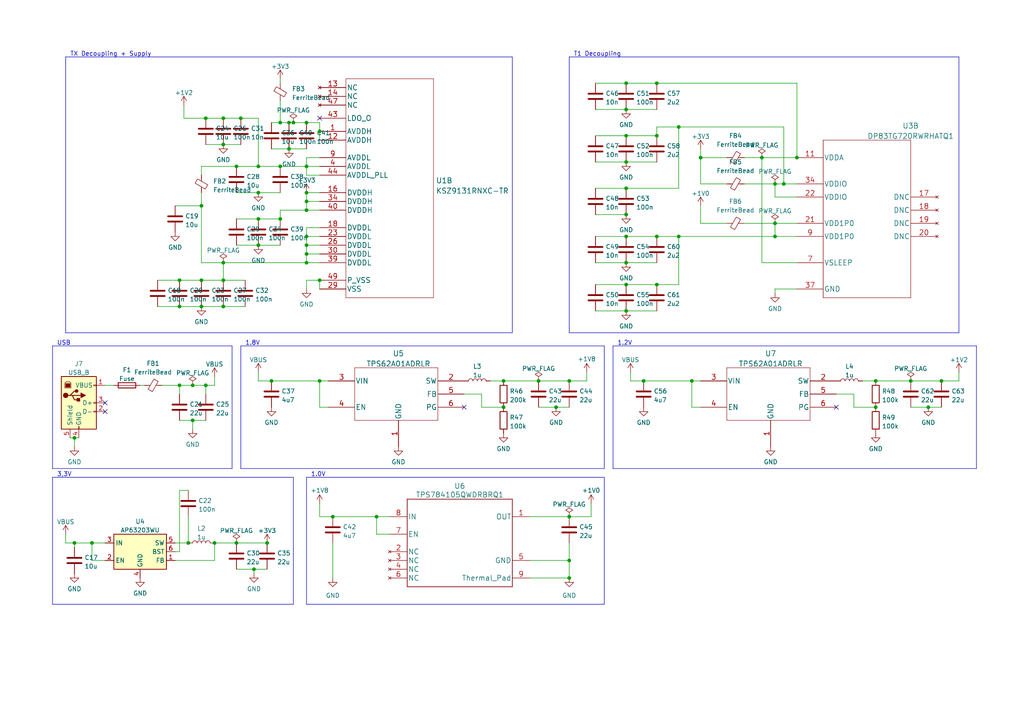
<source format=kicad_sch>
(kicad_sch (version 20230121) (generator eeschema)
  (paper "A4")
  (lib_symbols
    (symbol "Connector:USB_B" (pin_names (offset 1.016))
      (property "Reference" "J" (at -5.08 11.43 0))
      (property "Value" "USB_B" (at -5.08 8.89 0))
      (symbol "USB_B_1_1"
        (pin power_out line (at 7.62 5.08 180) (length 2.54) (name "VBUS") (number "1"))
        (pin bidirectional line (at 7.62 -2.54 180) (length 2.54) (name "D-") (number "2"))
        (pin bidirectional line (at 7.62 0 180) (length 2.54) (name "D+") (number "3"))
        (pin power_out line (at 0 -10.16 90) (length 2.54) (name "GND") (number "4"))
        (pin passive line (at -2.54 -10.16 90) (length 2.54) (name "Shield") (number "5"))
      )
    )
    (symbol "Device:C" (pin_numbers hide) (pin_names (offset 0.254))
      (property "Reference" "C" (at 0.635 2.54 0))
      (property "Value" "C" (at 0.635 -2.54 0))
      (symbol "C_1_1"
        (pin passive line (at 0 3.81 270) (length 2.794) (name "~") (number "1"))
        (pin passive line (at 0 -3.81 90) (length 2.794) (name "~") (number "2"))
      )
    )
    (symbol "Device:FerriteBead_Small" (pin_numbers hide) (pin_names (offset 0))
      (property "Reference" "FB" (at 1.905 1.27 0))
      (property "Value" "FerriteBead_Small" (at 1.905 -1.27 0))
      (symbol "FerriteBead_Small_1_1"
        (pin passive line (at 0 2.54 270) (length 1.27) (name "~") (number "1"))
        (pin passive line (at 0 -2.54 90) (length 1.27) (name "~") (number "2"))
      )
    )
    (symbol "Device:Fuse" (pin_numbers hide) (pin_names (offset 0))
      (property "Reference" "F" (at 2.032 0 90))
      (property "Value" "Fuse" (at -1.905 0 90))
      (symbol "Fuse_1_1"
        (pin passive line (at 0 3.81 270) (length 1.27) (name "~") (number "1"))
        (pin passive line (at 0 -3.81 90) (length 1.27) (name "~") (number "2"))
      )
    )
    (symbol "Device:L" (pin_numbers hide) (pin_names (offset 1.016) hide)
      (property "Reference" "L" (at -1.27 0 90))
      (property "Value" "L" (at 1.905 0 90))
      (symbol "L_1_1"
        (pin passive line (at 0 3.81 270) (length 1.27) (name "1") (number "1"))
        (pin passive line (at 0 -3.81 90) (length 1.27) (name "2") (number "2"))
      )
    )
    (symbol "Device:R" (pin_numbers hide) (pin_names (offset 0))
      (property "Reference" "R" (at 2.032 0 90))
      (property "Value" "R" (at 0 0 90))
      (symbol "R_1_1"
        (pin passive line (at 0 3.81 270) (length 1.27) (name "~") (number "1"))
        (pin passive line (at 0 -3.81 90) (length 1.27) (name "~") (number "2"))
      )
    )
    (symbol "Regulator_Switching:AP63203WU"
      (property "Reference" "U" (at -7.62 6.35 0))
      (property "Value" "AP63203WU" (at 2.54 6.35 0))
      (symbol "AP63203WU_1_1"
        (pin input line (at 10.16 -2.54 180) (length 2.54) (name "FB") (number "1"))
        (pin input line (at -10.16 -2.54 0) (length 2.54) (name "EN") (number "2"))
        (pin power_in line (at -10.16 2.54 0) (length 2.54) (name "IN") (number "3"))
        (pin power_in line (at 0 -7.62 90) (length 2.54) (name "GND") (number "4"))
        (pin output line (at 10.16 2.54 180) (length 2.54) (name "SW") (number "5"))
        (pin passive line (at 10.16 0 180) (length 2.54) (name "BST") (number "6"))
      )
    )
    (symbol "power:+1V0" (power) (pin_names (offset 0))
      (property "Value" "+1V0" (at 0 3.556 0))
      (symbol "+1V0_1_1"
        (pin power_in line (at 0 0 90) (length 0) hide (name "+1V0") (number "1"))
      )
    )
    (symbol "power:+1V2" (power) (pin_names (offset 0))
      (property "Value" "+1V2" (at 0 3.556 0))
      (symbol "+1V2_1_1"
        (pin power_in line (at 0 0 90) (length 0) hide (name "+1V2") (number "1"))
      )
    )
    (symbol "power:+1V8" (power) (pin_names (offset 0))
      (property "Value" "+1V8" (at 0 3.556 0))
      (symbol "+1V8_1_1"
        (pin power_in line (at 0 0 90) (length 0) hide (name "+1V8") (number "1"))
      )
    )
    (symbol "power:+3V3" (power) (pin_names (offset 0))
      (property "Value" "+3V3" (at 0 3.556 0))
      (symbol "+3V3_1_1"
        (pin power_in line (at 0 0 90) (length 0) hide (name "+3V3") (number "1"))
      )
    )
    (symbol "power:GND" (power) (pin_names (offset 0))
      (property "Value" "GND" (at 0 -3.81 0))
      (symbol "GND_1_1"
        (pin power_in line (at 0 0 270) (length 0) hide (name "GND") (number "1"))
      )
    )
    (symbol "power:PWR_FLAG" (power) (pin_numbers hide) (pin_names (offset 0) hide)
      (property "Value" "PWR_FLAG" (at 0 3.81 0))
      (symbol "PWR_FLAG_0_0"
        (pin power_out line (at 0 0 90) (length 0) (name "pwr") (number "1"))
      )
    )
    (symbol "power:VBUS" (power) (pin_names (offset 0))
      (property "Value" "VBUS" (at 0 3.81 0))
      (symbol "VBUS_1_1"
        (pin power_in line (at 0 0 90) (length 0) hide (name "VBUS") (number "1"))
      )
    )
    (symbol "project_lib:DP83TG720RWRHATQ1" (pin_names (offset 0.254))
      (property "Reference" "U" (at 33.02 10.16 0))
      (property "Value" "DP83TG720RWRHATQ1" (at 33.02 7.62 0))
      (symbol "DP83TG720RWRHATQ1_1_1"
        (pin input line (at 0 -5.08 0) (length 7.62) (name "MDC") (number "1"))
        (pin output line (at 66.04 -34.29 180) (length 7.62) (name "INH") (number "10"))
        (pin bidirectional line (at 66.04 -53.34 180) (length 7.62) (name "TRD_P") (number "12"))
        (pin bidirectional line (at 66.04 -55.88 180) (length 7.62) (name "TRD_M") (number "13"))
        (pin input line (at 66.04 -17.78 180) (length 7.62) (name "STRAP_1") (number "14"))
        (pin output line (at 0 -55.88 0) (length 7.62) (name "RX_CTRL") (number "15"))
        (pin bidirectional line (at 66.04 -13.97 180) (length 7.62) (name "CLKOUT/GPIO_2") (number "16"))
        (pin output line (at 66.04 -21.59 180) (length 7.62) (name "INT_N") (number "2"))
        (pin output line (at 0 -49.53 0) (length 7.62) (name "RX_D3") (number "23"))
        (pin output line (at 0 -46.99 0) (length 7.62) (name "RX_D2") (number "24"))
        (pin output line (at 0 -44.45 0) (length 7.62) (name "RX_D1") (number "25"))
        (pin output line (at 0 -41.91 0) (length 7.62) (name "RX_D0") (number "26"))
        (pin output line (at 0 -53.34 0) (length 7.62) (name "RX_CLK") (number "27"))
        (pin input line (at 0 -29.21 0) (length 7.62) (name "TX_CLK") (number "28"))
        (pin input line (at 0 -31.75 0) (length 7.62) (name "TX_CTRL") (number "29"))
        (pin input line (at 66.04 -1.27 180) (length 7.62) (name "RESET_N") (number "3"))
        (pin input line (at 0 -17.78 0) (length 7.62) (name "TX_D3") (number "30"))
        (pin input line (at 0 -20.32 0) (length 7.62) (name "TX_D2") (number "31"))
        (pin input line (at 0 -22.86 0) (length 7.62) (name "TX_D1") (number "32"))
        (pin input line (at 0 -25.4 0) (length 7.62) (name "TX_D0") (number "33"))
        (pin bidirectional line (at 66.04 -8.89 180) (length 7.62) (name "LED_0/GPIO_0") (number "35"))
        (pin bidirectional line (at 0 -2.54 0) (length 7.62) (name "MDIO") (number "36"))
        (pin output line (at 66.04 -44.45 180) (length 7.62) (name "XO") (number "4"))
        (pin input line (at 66.04 -41.91 180) (length 7.62) (name "XI") (number "5"))
        (pin bidirectional line (at 66.04 -11.43 180) (length 7.62) (name "LED_1/GPIO_1") (number "6"))
        (pin input line (at 66.04 -30.48 180) (length 7.62) (name "WAKE") (number "8"))
      )
      (symbol "DP83TG720RWRHATQ1_2_1"
        (pin power_in line (at 0 0 0) (length 7.62) (name "VDDA") (number "11"))
        (pin no_connect line (at 40.64 -11.43 180) (length 7.62) (name "DNC") (number "17"))
        (pin no_connect line (at 40.64 -15.24 180) (length 7.62) (name "DNC") (number "18"))
        (pin no_connect line (at 40.64 -19.05 180) (length 7.62) (name "DNC") (number "19"))
        (pin no_connect line (at 40.64 -22.86 180) (length 7.62) (name "DNC") (number "20"))
        (pin power_in line (at 0 -19.05 0) (length 7.62) (name "VDD1P0") (number "21"))
        (pin power_in line (at 0 -11.43 0) (length 7.62) (name "VDDIO") (number "22"))
        (pin power_in line (at 0 -7.62 0) (length 7.62) (name "VDDIO") (number "34"))
        (pin power_in line (at 0 -38.1 0) (length 7.62) (name "GND") (number "37"))
        (pin power_in line (at 0 -30.48 0) (length 7.62) (name "VSLEEP") (number "7"))
        (pin power_in line (at 0 -22.86 0) (length 7.62) (name "VDD1P0") (number "9"))
      )
    )
    (symbol "project_lib:KSZ9131RNXC-TR" (pin_names (offset 0.254))
      (property "Reference" "U" (at 72.39 10.16 0))
      (property "Value" "KSZ9131RNXC-TR" (at 72.39 7.62 0))
      (symbol "KSZ9131RNXC-TR_1_1"
        (pin bidirectional line (at 29.21 -50.8 0) (length 7.62) (name "TXRXP_D") (number "10"))
        (pin bidirectional line (at 29.21 -53.34 0) (length 7.62) (name "TXRXM_D") (number "11"))
        (pin bidirectional line (at 29.21 -8.89 0) (length 7.62) (name "LED2/PHYAD1") (number "15"))
        (pin bidirectional line (at 29.21 -6.35 0) (length 7.62) (name "LED1/PME_N1//PHYAD0") (number "17"))
        (pin input line (at 111.76 -34.29 180) (length 7.62) (name "TXD0") (number "19"))
        (pin bidirectional line (at 29.21 -35.56 0) (length 7.62) (name "TXRXP_A") (number "2"))
        (pin input line (at 111.76 -36.83 180) (length 7.62) (name "TXD1") (number "20"))
        (pin input line (at 111.76 -39.37 180) (length 7.62) (name "TXD2") (number "21"))
        (pin input line (at 111.76 -41.91 180) (length 7.62) (name "TXD3") (number "22"))
        (pin input line (at 111.76 -45.72 180) (length 7.62) (name "TXC") (number "24"))
        (pin input line (at 111.76 -48.26 180) (length 7.62) (name "TX_CTL") (number "25"))
        (pin bidirectional line (at 111.76 -15.24 180) (length 7.62) (name "RXD3/MODE3") (number "27"))
        (pin bidirectional line (at 111.76 -17.78 180) (length 7.62) (name "RXD2/MODE2") (number "28"))
        (pin bidirectional line (at 29.21 -38.1 0) (length 7.62) (name "TXRXM_A") (number "3"))
        (pin bidirectional line (at 111.76 -20.32 180) (length 7.62) (name "RXD1/MODE1") (number "31"))
        (pin bidirectional line (at 111.76 -22.86 180) (length 7.62) (name "RXD0/MODE0") (number "32"))
        (pin bidirectional line (at 111.76 -29.21 180) (length 7.62) (name "RX_CTL/CLK125_EN") (number "33"))
        (pin bidirectional line (at 111.76 -26.67 180) (length 7.62) (name "RXC/PHYAD2") (number "35"))
        (pin bidirectional line (at 104.14 -2.54 180) (length 7.62) (name "MDC") (number "36"))
        (pin input line (at 104.14 0 180) (length 7.62) (name "MDIO") (number "37"))
        (pin bidirectional line (at 29.21 -13.97 0) (length 7.62) (name "INT_N/PME_N2/ALLPHYAD") (number "38"))
        (pin bidirectional line (at 29.21 -11.43 0) (length 7.62) (name "CLK125_NDO/LED_MODE") (number "41"))
        (pin input line (at 29.21 -1.27 0) (length 7.62) (name "RESET_N") (number "42"))
        (pin output line (at 29.21 -29.21 0) (length 7.62) (name "XO") (number "45"))
        (pin input line (at 29.21 -26.67 0) (length 7.62) (name "XI") (number "46"))
        (pin output line (at 29.21 -16.51 0) (length 7.62) (name "ISET") (number "48"))
        (pin bidirectional line (at 29.21 -40.64 0) (length 7.62) (name "TXRXP_B") (number "5"))
        (pin bidirectional line (at 29.21 -43.18 0) (length 7.62) (name "TXRXM_B") (number "6"))
        (pin bidirectional line (at 29.21 -45.72 0) (length 7.62) (name "TXRXP_C") (number "7"))
        (pin bidirectional line (at 29.21 -48.26 0) (length 7.62) (name "TXRXM_C") (number "8"))
      )
      (symbol "KSZ9131RNXC-TR_2_1"
        (pin power_in line (at 0 -7.62 0) (length 7.62) (name "AVDDH") (number "1"))
        (pin power_in line (at 0 -10.16 0) (length 7.62) (name "AVDDH") (number "12"))
        (pin no_connect line (at 0 5.08 0) (length 7.62) (name "NC") (number "13"))
        (pin no_connect line (at 0 2.54 0) (length 7.62) (name "NC") (number "14"))
        (pin power_in line (at 0 -25.4 0) (length 7.62) (name "DVDDH") (number "16"))
        (pin power_in line (at 0 -35.56 0) (length 7.62) (name "DVDDL") (number "18"))
        (pin power_in line (at 0 -38.1 0) (length 7.62) (name "DVDDL") (number "23"))
        (pin power_in line (at 0 -40.64 0) (length 7.62) (name "DVDDL") (number "26"))
        (pin power_in line (at 0 -53.34 0) (length 7.62) (name "VSS") (number "29"))
        (pin power_in line (at 0 -43.18 0) (length 7.62) (name "DVDDL") (number "30"))
        (pin power_in line (at 0 -27.94 0) (length 7.62) (name "DVDDH") (number "34"))
        (pin power_in line (at 0 -45.72 0) (length 7.62) (name "DVDDL") (number "39"))
        (pin power_in line (at 0 -17.78 0) (length 7.62) (name "AVDDL") (number "4"))
        (pin power_in line (at 0 -30.48 0) (length 7.62) (name "DVDDH") (number "40"))
        (pin output line (at 0 -3.81 0) (length 7.62) (name "LDO_O") (number "43"))
        (pin power_in line (at 0 -20.32 0) (length 7.62) (name "AVDDL_PLL") (number "44"))
        (pin no_connect line (at 0 0 0) (length 7.62) (name "NC") (number "47"))
        (pin power_in line (at 0 -50.8 0) (length 7.62) (name "P_VSS") (number "49"))
        (pin power_in line (at 0 -15.24 0) (length 7.62) (name "AVDDL") (number "9"))
      )
    )
    (symbol "project_lib:TPS62A01ADRLR" (pin_names (offset 0.254))
      (property "Reference" "U" (at 20.32 10.16 0))
      (property "Value" "TPS62A01ADRLR" (at 20.32 7.62 0))
      (symbol "TPS62A01ADRLR_1_1"
        (pin power_in line (at 20.32 -17.78 90) (length 7.62) (name "GND") (number "1"))
        (pin output line (at 39.37 1.27 180) (length 7.62) (name "SW") (number "2"))
        (pin power_in line (at 0 1.27 0) (length 7.62) (name "VIN") (number "3"))
        (pin input line (at 0 -6.35 0) (length 7.62) (name "EN") (number "4"))
        (pin input line (at 39.37 -2.54 180) (length 7.62) (name "FB") (number "5"))
        (pin output line (at 39.37 -6.35 180) (length 7.62) (name "PG") (number "6"))
      )
    )
    (symbol "project_lib:TPS784105QWDRBRQ1" (pin_names (offset 0.254))
      (property "Reference" "U" (at 20.32 10.16 0))
      (property "Value" "TPS784105QWDRBRQ1" (at 20.32 6.35 0))
      (symbol "TPS784105QWDRBRQ1_1_1"
        (pin power_in line (at 40.64 0 180) (length 5.08) (name "OUT") (number "1"))
        (pin no_connect line (at 0 -10.16 0) (length 5.08) (name "NC") (number "2"))
        (pin no_connect line (at 0 -12.7 0) (length 5.08) (name "NC") (number "3"))
        (pin no_connect line (at 0 -15.24 0) (length 5.08) (name "NC") (number "4"))
        (pin power_in line (at 40.64 -12.7 180) (length 5.08) (name "GND") (number "5"))
        (pin no_connect line (at 0 -17.78 0) (length 5.08) (name "NC") (number "6"))
        (pin input line (at 0 -5.08 0) (length 5.08) (name "EN") (number "7"))
        (pin power_in line (at 0 0 0) (length 5.08) (name "IN") (number "8"))
        (pin power_in line (at 40.64 -17.78 180) (length 5.08) (name "Thermal_Pad") (number "9"))
      )
    )
  )
  (junction (at 109.22 149.86))
  (junction (at 77.47 157.48))
  (junction (at 224.79 53.34))
  (junction (at 88.9 71.12))
  (junction (at 83.82 43.18))
  (junction (at 88.9 73.66))
  (junction (at 200.66 110.49))
  (junction (at 26.67 157.48))
  (junction (at 181.61 39.37))
  (junction (at 64.77 88.9))
  (junction (at 181.61 24.13))
  (junction (at 231.14 45.72))
  (junction (at 181.61 54.61))
  (junction (at 74.93 63.5))
  (junction (at 74.93 48.26))
  (junction (at 59.69 34.29))
  (junction (at 64.77 81.28))
  (junction (at 181.61 68.58))
  (junction (at 83.82 35.56))
  (junction (at 269.24 118.11))
  (junction (at 224.79 68.58))
  (junction (at 81.28 35.56))
  (junction (at 21.59 157.48))
  (junction (at 81.28 48.26))
  (junction (at 88.9 48.26))
  (junction (at 181.61 90.17))
  (junction (at 52.07 88.9))
  (junction (at 58.42 81.28))
  (junction (at 161.29 118.11))
  (junction (at 186.69 110.49))
  (junction (at 165.1 149.86))
  (junction (at 68.58 48.26))
  (junction (at 55.88 111.76))
  (junction (at 59.69 111.76))
  (junction (at 68.58 157.48))
  (junction (at 88.9 60.96))
  (junction (at 146.05 118.11))
  (junction (at 146.05 110.49))
  (junction (at 227.33 53.34))
  (junction (at 74.93 55.88))
  (junction (at 181.61 31.75))
  (junction (at 190.5 82.55))
  (junction (at 196.85 68.58))
  (junction (at 73.66 165.1))
  (junction (at 156.21 110.49))
  (junction (at 92.71 110.49))
  (junction (at 92.71 38.1))
  (junction (at 165.1 167.64))
  (junction (at 52.07 81.28))
  (junction (at 181.61 62.23))
  (junction (at 62.23 157.48))
  (junction (at 85.09 35.56))
  (junction (at 254 118.11))
  (junction (at 74.93 71.12))
  (junction (at 54.61 157.48))
  (junction (at 254 110.49))
  (junction (at 52.07 111.76))
  (junction (at 58.42 88.9))
  (junction (at 181.61 46.99))
  (junction (at 88.9 76.2))
  (junction (at 92.71 81.28))
  (junction (at 21.59 127))
  (junction (at 64.77 41.91))
  (junction (at 88.9 68.58))
  (junction (at 55.88 121.92))
  (junction (at 78.74 110.49))
  (junction (at 96.52 149.86))
  (junction (at 88.9 55.88))
  (junction (at 64.77 34.29))
  (junction (at 69.85 34.29))
  (junction (at 64.77 76.2))
  (junction (at 181.61 82.55))
  (junction (at 196.85 36.83))
  (junction (at 88.9 58.42))
  (junction (at 181.61 76.2))
  (junction (at 88.9 35.56))
  (junction (at 203.2 45.72))
  (junction (at 273.05 110.49))
  (junction (at 165.1 162.56))
  (junction (at 165.1 110.49))
  (junction (at 264.16 110.49))
  (junction (at 81.28 63.5))
  (junction (at 190.5 68.58))
  (junction (at 190.5 39.37))
  (junction (at 58.42 59.69))
  (junction (at 224.79 64.77))
  (junction (at 220.98 45.72))
  (junction (at 190.5 24.13))
  (no_connect (at 242.57 118.11))
  (no_connect (at 30.48 116.84))
  (no_connect (at 30.48 119.38))
  (no_connect (at 134.62 118.11))
  (no_connect (at 92.71 34.29))
  (wire (pts (xy 172.72 24.13) (xy 181.61 24.13)))
  (polyline (pts (xy 19.05 16.51) (xy 19.05 96.52)))
  (wire (pts (xy 68.58 55.88) (xy 74.93 55.88)))
  (wire (pts (xy 92.71 118.11) (xy 92.71 110.49)))
  (wire (pts (xy 55.88 121.92) (xy 55.88 124.46)))
  (wire (pts (xy 68.58 165.1) (xy 73.66 165.1)))
  (wire (pts (xy 224.79 57.15) (xy 224.79 53.34)))
  (wire (pts (xy 172.72 31.75) (xy 181.61 31.75)))
  (wire (pts (xy 64.77 88.9) (xy 71.12 88.9)))
  (wire (pts (xy 200.66 118.11) (xy 200.66 110.49)))
  (wire (pts (xy 68.58 48.26) (xy 74.93 48.26)))
  (wire (pts (xy 231.14 57.15) (xy 224.79 57.15)))
  (wire (pts (xy 172.72 90.17) (xy 181.61 90.17)))
  (wire (pts (xy 181.61 46.99) (xy 190.5 46.99)))
  (wire (pts (xy 170.18 107.95) (xy 170.18 110.49)))
  (wire (pts (xy 224.79 85.09) (xy 224.79 83.82)))
  (wire (pts (xy 58.42 48.26) (xy 68.58 48.26)))
  (wire (pts (xy 88.9 68.58) (xy 92.71 68.58)))
  (wire (pts (xy 92.71 81.28) (xy 92.71 83.82)))
  (wire (pts (xy 74.93 63.5) (xy 81.28 63.5)))
  (wire (pts (xy 21.59 127) (xy 22.86 127)))
  (wire (pts (xy 156.21 110.49) (xy 165.1 110.49)))
  (wire (pts (xy 215.9 45.72) (xy 220.98 45.72)))
  (wire (pts (xy 196.85 36.83) (xy 190.5 36.83)))
  (wire (pts (xy 264.16 118.11) (xy 269.24 118.11)))
  (wire (pts (xy 58.42 81.28) (xy 64.77 81.28)))
  (wire (pts (xy 88.9 81.28) (xy 92.71 81.28)))
  (wire (pts (xy 88.9 48.26) (xy 81.28 48.26)))
  (polyline (pts (xy 19.05 96.52) (xy 148.59 96.52)))
  (wire (pts (xy 64.77 81.28) (xy 71.12 81.28)))
  (wire (pts (xy 153.67 149.86) (xy 165.1 149.86)))
  (wire (pts (xy 172.72 68.58) (xy 181.61 68.58)))
  (wire (pts (xy 59.69 34.29) (xy 64.77 34.29)))
  (wire (pts (xy 203.2 53.34) (xy 203.2 45.72)))
  (wire (pts (xy 58.42 88.9) (xy 64.77 88.9)))
  (wire (pts (xy 52.07 160.02) (xy 52.07 142.24)))
  (wire (pts (xy 220.98 76.2) (xy 231.14 76.2)))
  (wire (pts (xy 172.72 46.99) (xy 181.61 46.99)))
  (wire (pts (xy 220.98 45.72) (xy 231.14 45.72)))
  (wire (pts (xy 139.7 114.3) (xy 139.7 118.11)))
  (wire (pts (xy 264.16 110.49) (xy 273.05 110.49)))
  (wire (pts (xy 73.66 165.1) (xy 73.66 166.37)))
  (wire (pts (xy 78.74 110.49) (xy 92.71 110.49)))
  (wire (pts (xy 30.48 157.48) (xy 26.67 157.48)))
  (wire (pts (xy 64.77 34.29) (xy 69.85 34.29)))
  (wire (pts (xy 203.2 43.18) (xy 203.2 45.72)))
  (wire (pts (xy 171.45 149.86) (xy 165.1 149.86)))
  (wire (pts (xy 64.77 41.91) (xy 69.85 41.91)))
  (wire (pts (xy 203.2 53.34) (xy 210.82 53.34)))
  (wire (pts (xy 96.52 149.86) (xy 109.22 149.86)))
  (wire (pts (xy 92.71 60.96) (xy 88.9 60.96)))
  (wire (pts (xy 278.13 107.95) (xy 278.13 110.49)))
  (wire (pts (xy 88.9 71.12) (xy 92.71 71.12)))
  (polyline (pts (xy 15.24 138.43) (xy 15.24 175.26)))
  (wire (pts (xy 165.1 162.56) (xy 153.67 162.56)))
  (wire (pts (xy 50.8 160.02) (xy 52.07 160.02)))
  (wire (pts (xy 53.34 34.29) (xy 59.69 34.29)))
  (polyline (pts (xy 278.13 96.52) (xy 278.13 16.51)))
  (wire (pts (xy 88.9 58.42) (xy 88.9 55.88)))
  (wire (pts (xy 92.71 110.49) (xy 95.25 110.49)))
  (wire (pts (xy 96.52 157.48) (xy 96.52 167.64)))
  (polyline (pts (xy 15.24 175.26) (xy 85.09 175.26)))
  (wire (pts (xy 54.61 149.86) (xy 54.61 157.48)))
  (wire (pts (xy 242.57 114.3) (xy 247.65 114.3)))
  (wire (pts (xy 88.9 73.66) (xy 92.71 73.66)))
  (wire (pts (xy 88.9 55.88) (xy 92.71 55.88)))
  (wire (pts (xy 83.82 43.18) (xy 88.9 43.18)))
  (wire (pts (xy 46.99 111.76) (xy 52.07 111.76)))
  (wire (pts (xy 196.85 36.83) (xy 196.85 54.61)))
  (polyline (pts (xy 15.24 138.43) (xy 85.09 138.43)))
  (wire (pts (xy 139.7 118.11) (xy 146.05 118.11)))
  (wire (pts (xy 88.9 71.12) (xy 88.9 68.58)))
  (wire (pts (xy 172.72 62.23) (xy 181.61 62.23)))
  (wire (pts (xy 182.88 107.95) (xy 182.88 110.49)))
  (wire (pts (xy 190.5 36.83) (xy 190.5 39.37)))
  (wire (pts (xy 215.9 64.77) (xy 224.79 64.77)))
  (polyline (pts (xy 88.9 138.43) (xy 175.26 138.43)))
  (wire (pts (xy 74.93 107.95) (xy 74.93 110.49)))
  (wire (pts (xy 92.71 76.2) (xy 88.9 76.2)))
  (wire (pts (xy 52.07 88.9) (xy 58.42 88.9)))
  (wire (pts (xy 227.33 53.34) (xy 227.33 36.83)))
  (wire (pts (xy 181.61 24.13) (xy 190.5 24.13)))
  (wire (pts (xy 30.48 111.76) (xy 33.02 111.76)))
  (wire (pts (xy 215.9 53.34) (xy 224.79 53.34)))
  (wire (pts (xy 62.23 157.48) (xy 68.58 157.48)))
  (wire (pts (xy 45.72 88.9) (xy 52.07 88.9)))
  (wire (pts (xy 50.8 59.69) (xy 58.42 59.69)))
  (wire (pts (xy 109.22 154.94) (xy 109.22 149.86)))
  (polyline (pts (xy 15.24 100.33) (xy 15.24 135.89)))
  (wire (pts (xy 81.28 60.96) (xy 88.9 60.96)))
  (wire (pts (xy 50.8 157.48) (xy 54.61 157.48)))
  (wire (pts (xy 88.9 58.42) (xy 92.71 58.42)))
  (wire (pts (xy 59.69 41.91) (xy 64.77 41.91)))
  (polyline (pts (xy 69.85 135.89) (xy 175.26 135.89)))
  (wire (pts (xy 146.05 110.49) (xy 156.21 110.49)))
  (wire (pts (xy 74.93 71.12) (xy 81.28 71.12)))
  (wire (pts (xy 224.79 64.77) (xy 224.79 68.58)))
  (wire (pts (xy 68.58 71.12) (xy 74.93 71.12)))
  (wire (pts (xy 186.69 110.49) (xy 200.66 110.49)))
  (wire (pts (xy 53.34 30.48) (xy 53.34 34.29)))
  (wire (pts (xy 224.79 83.82) (xy 231.14 83.82)))
  (wire (pts (xy 62.23 111.76) (xy 59.69 111.76)))
  (wire (pts (xy 181.61 31.75) (xy 190.5 31.75)))
  (wire (pts (xy 21.59 127) (xy 21.59 129.54)))
  (wire (pts (xy 200.66 110.49) (xy 203.2 110.49)))
  (wire (pts (xy 20.32 127) (xy 21.59 127)))
  (wire (pts (xy 247.65 118.11) (xy 254 118.11)))
  (polyline (pts (xy 88.9 138.43) (xy 88.9 175.26)))
  (wire (pts (xy 52.07 111.76) (xy 55.88 111.76)))
  (wire (pts (xy 227.33 53.34) (xy 231.14 53.34)))
  (wire (pts (xy 62.23 109.22) (xy 62.23 111.76)))
  (wire (pts (xy 88.9 50.8) (xy 88.9 48.26)))
  (wire (pts (xy 68.58 63.5) (xy 74.93 63.5)))
  (wire (pts (xy 171.45 146.05) (xy 171.45 149.86)))
  (wire (pts (xy 203.2 118.11) (xy 200.66 118.11)))
  (wire (pts (xy 181.61 82.55) (xy 190.5 82.55)))
  (wire (pts (xy 92.71 146.05) (xy 92.71 149.86)))
  (wire (pts (xy 81.28 35.56) (xy 83.82 35.56)))
  (wire (pts (xy 109.22 149.86) (xy 113.03 149.86)))
  (wire (pts (xy 78.74 35.56) (xy 81.28 35.56)))
  (wire (pts (xy 278.13 110.49) (xy 273.05 110.49)))
  (wire (pts (xy 50.8 162.56) (xy 62.23 162.56)))
  (polyline (pts (xy 148.59 96.52) (xy 148.59 16.51)))
  (wire (pts (xy 227.33 36.83) (xy 196.85 36.83)))
  (wire (pts (xy 81.28 22.86) (xy 81.28 24.13)))
  (polyline (pts (xy 175.26 135.89) (xy 175.26 100.33)))
  (wire (pts (xy 196.85 82.55) (xy 196.85 68.58)))
  (wire (pts (xy 203.2 45.72) (xy 210.82 45.72)))
  (wire (pts (xy 62.23 162.56) (xy 62.23 157.48)))
  (wire (pts (xy 40.64 111.76) (xy 41.91 111.76)))
  (wire (pts (xy 81.28 63.5) (xy 81.28 60.96)))
  (wire (pts (xy 181.61 90.17) (xy 190.5 90.17)))
  (wire (pts (xy 19.05 154.94) (xy 19.05 157.48)))
  (wire (pts (xy 95.25 118.11) (xy 92.71 118.11)))
  (polyline (pts (xy 15.24 135.89) (xy 67.31 135.89)))
  (wire (pts (xy 181.61 39.37) (xy 190.5 39.37)))
  (wire (pts (xy 92.71 149.86) (xy 96.52 149.86)))
  (wire (pts (xy 78.74 43.18) (xy 83.82 43.18)))
  (wire (pts (xy 73.66 165.1) (xy 77.47 165.1)))
  (polyline (pts (xy 177.8 135.89) (xy 283.21 135.89)))
  (wire (pts (xy 224.79 68.58) (xy 231.14 68.58)))
  (wire (pts (xy 203.2 64.77) (xy 203.2 59.69)))
  (polyline (pts (xy 67.31 135.89) (xy 67.31 100.33)))
  (polyline (pts (xy 15.24 100.33) (xy 67.31 100.33)))
  (polyline (pts (xy 165.1 16.51) (xy 165.1 96.52)))
  (polyline (pts (xy 283.21 135.89) (xy 283.21 100.33)))
  (wire (pts (xy 254 110.49) (xy 264.16 110.49)))
  (wire (pts (xy 190.5 82.55) (xy 196.85 82.55)))
  (wire (pts (xy 26.67 162.56) (xy 30.48 162.56)))
  (wire (pts (xy 19.05 157.48) (xy 21.59 157.48)))
  (wire (pts (xy 165.1 157.48) (xy 165.1 162.56)))
  (polyline (pts (xy 177.8 100.33) (xy 283.21 100.33)))
  (wire (pts (xy 83.82 35.56) (xy 85.09 35.56)))
  (wire (pts (xy 68.58 157.48) (xy 77.47 157.48)))
  (wire (pts (xy 161.29 118.11) (xy 165.1 118.11)))
  (wire (pts (xy 181.61 68.58) (xy 190.5 68.58)))
  (wire (pts (xy 113.03 154.94) (xy 109.22 154.94)))
  (wire (pts (xy 181.61 76.2) (xy 190.5 76.2)))
  (wire (pts (xy 220.98 76.2) (xy 220.98 45.72)))
  (wire (pts (xy 88.9 60.96) (xy 88.9 58.42)))
  (wire (pts (xy 64.77 76.2) (xy 64.77 81.28)))
  (wire (pts (xy 55.88 121.92) (xy 59.69 121.92)))
  (wire (pts (xy 247.65 114.3) (xy 247.65 118.11)))
  (polyline (pts (xy 165.1 16.51) (xy 278.13 16.51)))
  (wire (pts (xy 224.79 64.77) (xy 231.14 64.77)))
  (wire (pts (xy 172.72 54.61) (xy 181.61 54.61)))
  (polyline (pts (xy 69.85 100.33) (xy 69.85 135.89)))
  (wire (pts (xy 88.9 45.72) (xy 92.71 45.72)))
  (polyline (pts (xy 175.26 175.26) (xy 175.26 138.43)))
  (polyline (pts (xy 19.05 16.51) (xy 148.59 16.51)))
  (wire (pts (xy 172.72 39.37) (xy 181.61 39.37)))
  (wire (pts (xy 156.21 118.11) (xy 161.29 118.11)))
  (wire (pts (xy 172.72 76.2) (xy 181.61 76.2)))
  (wire (pts (xy 26.67 157.48) (xy 26.67 162.56)))
  (wire (pts (xy 58.42 55.88) (xy 58.42 59.69)))
  (wire (pts (xy 74.93 110.49) (xy 78.74 110.49)))
  (polyline (pts (xy 177.8 100.33) (xy 177.8 135.89)))
  (wire (pts (xy 182.88 110.49) (xy 186.69 110.49)))
  (wire (pts (xy 153.67 167.64) (xy 165.1 167.64)))
  (wire (pts (xy 88.9 48.26) (xy 92.71 48.26)))
  (wire (pts (xy 231.14 45.72) (xy 231.14 24.13)))
  (wire (pts (xy 92.71 38.1) (xy 92.71 35.56)))
  (wire (pts (xy 74.93 55.88) (xy 81.28 55.88)))
  (wire (pts (xy 58.42 76.2) (xy 64.77 76.2)))
  (wire (pts (xy 21.59 157.48) (xy 21.59 158.75)))
  (wire (pts (xy 45.72 81.28) (xy 52.07 81.28)))
  (wire (pts (xy 88.9 48.26) (xy 88.9 45.72)))
  (wire (pts (xy 85.09 35.56) (xy 88.9 35.56)))
  (wire (pts (xy 55.88 111.76) (xy 59.69 111.76)))
  (wire (pts (xy 81.28 48.26) (xy 74.93 48.26)))
  (wire (pts (xy 92.71 50.8) (xy 88.9 50.8)))
  (wire (pts (xy 88.9 76.2) (xy 88.9 73.66)))
  (polyline (pts (xy 69.85 100.33) (xy 175.26 100.33)))
  (wire (pts (xy 165.1 167.64) (xy 165.1 162.56)))
  (wire (pts (xy 58.42 48.26) (xy 58.42 50.8)))
  (wire (pts (xy 250.19 110.49) (xy 254 110.49)))
  (wire (pts (xy 269.24 118.11) (xy 273.05 118.11)))
  (wire (pts (xy 224.79 53.34) (xy 227.33 53.34)))
  (wire (pts (xy 196.85 68.58) (xy 224.79 68.58)))
  (wire (pts (xy 170.18 110.49) (xy 165.1 110.49)))
  (wire (pts (xy 21.59 157.48) (xy 26.67 157.48)))
  (wire (pts (xy 142.24 110.49) (xy 146.05 110.49)))
  (wire (pts (xy 172.72 82.55) (xy 181.61 82.55)))
  (wire (pts (xy 52.07 121.92) (xy 55.88 121.92)))
  (polyline (pts (xy 165.1 96.52) (xy 278.13 96.52)))
  (wire (pts (xy 231.14 24.13) (xy 190.5 24.13)))
  (wire (pts (xy 181.61 54.61) (xy 196.85 54.61)))
  (wire (pts (xy 88.9 68.58) (xy 88.9 66.04)))
  (wire (pts (xy 58.42 59.69) (xy 58.42 76.2)))
  (wire (pts (xy 92.71 35.56) (xy 88.9 35.56)))
  (wire (pts (xy 74.93 48.26) (xy 74.93 34.29)))
  (polyline (pts (xy 88.9 175.26) (xy 175.26 175.26)))
  (wire (pts (xy 59.69 111.76) (xy 59.69 114.3)))
  (wire (pts (xy 52.07 81.28) (xy 58.42 81.28)))
  (wire (pts (xy 134.62 114.3) (xy 139.7 114.3)))
  (wire (pts (xy 92.71 38.1) (xy 92.71 40.64)))
  (wire (pts (xy 190.5 68.58) (xy 196.85 68.58)))
  (wire (pts (xy 52.07 142.24) (xy 54.61 142.24)))
  (polyline (pts (xy 85.09 175.26) (xy 85.09 138.43)))
  (wire (pts (xy 88.9 81.28) (xy 88.9 83.82)))
  (wire (pts (xy 74.93 34.29) (xy 69.85 34.29)))
  (wire (pts (xy 88.9 66.04) (xy 92.71 66.04)))
  (wire (pts (xy 52.07 111.76) (xy 52.07 114.3)))
  (wire (pts (xy 88.9 73.66) (xy 88.9 71.12)))
  (wire (pts (xy 81.28 29.21) (xy 81.28 35.56)))
  (wire (pts (xy 64.77 76.2) (xy 88.9 76.2)))
  (wire (pts (xy 203.2 64.77) (xy 210.82 64.77)))
  (text "USB" (at 16.51 100.33 0) (effects (font (size 1.27 1.27)) (justify left bottom)))
  (text "TX Decoupling + Supply" (at 20.32 16.51 0) (effects (font (size 1.27 1.27)) (justify left bottom)))
  (text "1.0V" (at 90.17 138.43 0) (effects (font (size 1.27 1.27)) (justify left bottom)))
  (text "1.2V" (at 179.07 100.33 0) (effects (font (size 1.27 1.27)) (justify left bottom)))
  (text "3,3V" (at 16.51 138.43 0) (effects (font (size 1.27 1.27)) (justify left bottom)))
  (text "1.8V" (at 71.12 100.33 0) (effects (font (size 1.27 1.27)) (justify left bottom)))
  (text "T1 Decoupling" (at 166.37 16.51 0) (effects (font (size 1.27 1.27)) (justify left bottom)))
  (symbol (lib_id "power:VBUS") (at 74.93 107.95 0) (unit 1)
    (property "Reference" "#PWR042" (effects hide))
    (property "Value" "VBUS" (at 74.93 104.3742 0))
  )
  (symbol (lib_id "Device:R") (at 146.05 121.92 0) (unit 1)
    (property "Reference" "R47" (at 147.828 121.0853 0) (effects (justify left)))
    (property "Value" "100k" (at 147.828 123.6222 0) (effects (justify left)))
    (property "Footprint" "Resistor_SMD:R_0402_1005Metric" (effects hide))
  )
  (symbol (lib_id "Device:FerriteBead_Small") (at 58.42 53.34 180) (unit 1)
    (property "Reference" "FB2" (at 61.8236 52.5561 0) (effects (justify right)))
    (property "Value" "FerriteBead" (at 61.8236 55.093 0) (effects (justify right)))
    (property "Footprint" "Inductor_SMD:L_0603_1608Metric" (effects hide))
  )
  (symbol (lib_id "power:GND") (at 55.88 124.46 0) (unit 1)
    (property "Reference" "#PWR035" (effects hide))
    (property "Value" "GND" (at 55.88 128.9034 0))
  )
  (symbol (lib_id "power:+1V0") (at 203.2 59.69 0) (unit 1)
    (property "Reference" "#PWR064" (effects hide))
    (property "Value" "+1V0" (at 203.2 56.1142 0))
  )
  (symbol (lib_id "Device:C") (at 186.69 114.3 0) (unit 1)
    (property "Reference" "C56" (at 189.611 113.4653 0) (effects (justify left)))
    (property "Value" "4u7" (at 189.611 116.0022 0) (effects (justify left)))
    (property "Footprint" "Capacitor_SMD:C_0402_1005Metric" (effects hide))
  )
  (symbol (lib_id "Device:R") (at 254 121.92 0) (unit 1)
    (property "Reference" "R49" (at 255.778 121.0853 0) (effects (justify left)))
    (property "Value" "100k" (at 255.778 123.6222 0) (effects (justify left)))
    (property "Footprint" "Resistor_SMD:R_0402_1005Metric" (effects hide))
  )
  (symbol (lib_id "project_lib:TPS784105QWDRBRQ1") (at 113.03 149.86 0) (unit 1)
    (property "Reference" "U6" (at 133.35 140.97 0) (effects (font (size 1.524 1.524))))
    (property "Value" "TPS784105QWDRBRQ1" (at 133.35 143.51 0) (effects (font (size 1.524 1.524))))
    (property "Footprint" "project_lib:TPS784105QWDRBRQ1" (effects hide))
  )
  (symbol (lib_id "Device:C") (at 59.69 38.1 0) (unit 1)
    (property "Reference" "C24" (at 62.611 37.2653 0) (effects (justify left)))
    (property "Value" "10u" (at 62.611 39.8022 0) (effects (justify left)))
    (property "Footprint" "Capacitor_SMD:C_0402_1005Metric" (effects hide))
  )
  (symbol (lib_id "power:+1V8") (at 92.71 146.05 0) (unit 1)
    (property "Reference" "#PWR049" (effects hide))
    (property "Value" "+1V8" (at 92.71 142.24 0))
  )
  (symbol (lib_id "power:GND") (at 96.52 167.64 0) (unit 1)
    (property "Reference" "#PWR050" (effects hide))
    (property "Value" "GND" (at 96.52 172.72 0))
  )
  (symbol (lib_id "power:GND") (at 161.29 118.11 0) (unit 1)
    (property "Reference" "#PWR053" (effects hide))
    (property "Value" "GND" (at 161.29 122.5534 0))
  )
  (symbol (lib_id "power:+1V8") (at 170.18 107.95 0) (unit 1)
    (property "Reference" "#PWR055" (effects hide))
    (property "Value" "+1V8" (at 170.18 104.14 0))
  )
  (symbol (lib_id "power:VBUS") (at 19.05 154.94 0) (unit 1)
    (property "Reference" "#PWR029" (effects hide))
    (property "Value" "VBUS" (at 19.05 151.3642 0))
  )
  (symbol (lib_id "Device:FerriteBead_Small") (at 213.36 64.77 90) (unit 1)
    (property "Reference" "FB6" (at 213.3092 58.4286 90))
    (property "Value" "FerriteBead" (at 213.3092 60.9655 90))
    (property "Footprint" "Inductor_SMD:L_0603_1608Metric" (effects hide))
  )
  (symbol (lib_id "Device:Fuse") (at 36.83 111.76 90) (unit 1)
    (property "Reference" "F1" (at 36.83 107.2982 90))
    (property "Value" "Fuse" (at 36.83 109.8351 90))
    (property "Footprint" "Fuse:Fuse_0603_1608Metric" (effects hide))
  )
  (symbol (lib_id "power:GND") (at 50.8 67.31 0) (unit 1)
    (property "Reference" "#PWR033" (effects hide))
    (property "Value" "GND" (at 50.8 71.7534 0))
  )
  (symbol (lib_id "power:GND") (at 186.69 118.11 0) (unit 1)
    (property "Reference" "#PWR062" (effects hide))
    (property "Value" "GND" (at 186.69 122.5534 0))
  )
  (symbol (lib_id "power:GND") (at 181.61 90.17 0) (unit 1)
    (property "Reference" "#PWR060" (effects hide))
    (property "Value" "GND" (at 181.61 94.6134 0))
  )
  (symbol (lib_id "Device:C") (at 52.07 85.09 0) (unit 1)
    (property "Reference" "C20" (at 54.991 84.2553 0) (effects (justify left)))
    (property "Value" "100n" (at 54.991 86.7922 0) (effects (justify left)))
    (property "Footprint" "Capacitor_SMD:C_0402_1005Metric" (effects hide))
  )
  (symbol (lib_id "Device:C") (at 83.82 39.37 0) (unit 1)
    (property "Reference" "C40" (at 86.741 38.5353 0) (effects (justify left)))
    (property "Value" "100n" (at 86.741 41.0722 0) (effects (justify left)))
    (property "Footprint" "Capacitor_SMD:C_0402_1005Metric" (effects hide))
  )
  (symbol (lib_id "power:GND") (at 181.61 46.99 0) (unit 1)
    (property "Reference" "#PWR058" (effects hide))
    (property "Value" "GND" (at 181.61 51.4334 0))
  )
  (symbol (lib_id "power:+1V0") (at 171.45 146.05 0) (unit 1)
    (property "Reference" "#PWR056" (effects hide))
    (property "Value" "+1V0" (at 171.45 142.24 0))
  )
  (symbol (lib_id "Device:FerriteBead_Small") (at 44.45 111.76 90) (unit 1)
    (property "Reference" "FB1" (at 44.3992 105.4186 90))
    (property "Value" "FerriteBead" (at 44.3992 107.9555 90))
    (property "Footprint" "Inductor_SMD:L_0603_1608Metric" (effects hide))
  )
  (symbol (lib_id "power:+3V3") (at 81.28 22.86 0) (unit 1)
    (property "Reference" "#PWR045" (effects hide))
    (property "Value" "+3V3" (at 81.28 19.2842 0))
  )
  (symbol (lib_id "power:GND") (at 21.59 129.54 0) (unit 1)
    (property "Reference" "#PWR030" (effects hide))
    (property "Value" "GND" (at 21.59 133.9834 0))
  )
  (symbol (lib_id "power:+1V2") (at 53.34 30.48 0) (unit 1)
    (property "Reference" "#PWR034" (effects hide))
    (property "Value" "+1V2" (at 53.34 26.9042 0))
  )
  (symbol (lib_id "Device:R") (at 254 114.3 0) (unit 1)
    (property "Reference" "R48" (at 255.778 113.4653 0) (effects (justify left)))
    (property "Value" "100k" (at 255.778 116.0022 0) (effects (justify left)))
    (property "Footprint" "Resistor_SMD:R_0402_1005Metric" (effects hide))
  )
  (symbol (lib_id "Device:C") (at 172.72 58.42 0) (unit 1)
    (property "Reference" "C48" (at 175.641 57.5853 0) (effects (justify left)))
    (property "Value" "10n" (at 175.641 60.1222 0) (effects (justify left)))
    (property "Footprint" "Capacitor_SMD:C_0402_1005Metric" (effects hide))
  )
  (symbol (lib_id "Device:C") (at 52.07 118.11 0) (unit 1)
    (property "Reference" "C21" (at 54.991 117.2753 0) (effects (justify left)))
    (property "Value" "22u" (at 54.991 119.8122 0) (effects (justify left)))
    (property "Footprint" "Capacitor_SMD:C_0603_1608Metric" (effects hide))
  )
  (symbol (lib_id "Device:C") (at 181.61 58.42 0) (unit 1)
    (property "Reference" "C53" (at 184.531 57.5853 0) (effects (justify left)))
    (property "Value" "100n" (at 184.531 60.1222 0) (effects (justify left)))
    (property "Footprint" "Capacitor_SMD:C_0402_1005Metric" (effects hide))
  )
  (symbol (lib_id "Device:C") (at 172.72 72.39 0) (unit 1)
    (property "Reference" "C49" (at 175.641 71.5553 0) (effects (justify left)))
    (property "Value" "10n" (at 175.641 74.0922 0) (effects (justify left)))
    (property "Footprint" "Capacitor_SMD:C_0402_1005Metric" (effects hide))
  )
  (symbol (lib_id "power:+3V3") (at 203.2 43.18 0) (unit 1)
    (property "Reference" "#PWR063" (effects hide))
    (property "Value" "+3V3" (at 203.2 39.6042 0))
  )
  (symbol (lib_id "Device:C") (at 71.12 85.09 0) (unit 1)
    (property "Reference" "C32" (at 74.041 84.2553 0) (effects (justify left)))
    (property "Value" "100n" (at 74.041 86.7922 0) (effects (justify left)))
    (property "Footprint" "Capacitor_SMD:C_0402_1005Metric" (effects hide))
  )
  (symbol (lib_id "power:GND") (at 83.82 43.18 0) (unit 1)
    (property "Reference" "#PWR046" (effects hide))
    (property "Value" "GND" (at 83.82 47.6234 0))
  )
  (symbol (lib_id "Device:C") (at 181.61 72.39 0) (unit 1)
    (property "Reference" "C54" (at 184.531 71.5553 0) (effects (justify left)))
    (property "Value" "100n" (at 184.531 74.0922 0) (effects (justify left)))
    (property "Footprint" "Capacitor_SMD:C_0402_1005Metric" (effects hide))
  )
  (symbol (lib_id "Device:C") (at 264.16 114.3 0) (unit 1)
    (property "Reference" "C62" (at 267.081 113.4653 0) (effects (justify left)))
    (property "Value" "22u" (at 267.081 116.0022 0) (effects (justify left)))
    (property "Footprint" "Capacitor_SMD:C_0603_1608Metric" (effects hide))
  )
  (symbol (lib_id "Device:C") (at 21.59 162.56 0) (unit 1)
    (property "Reference" "C17" (at 24.511 161.7253 0) (effects (justify left)))
    (property "Value" "10u" (at 24.511 164.2622 0) (effects (justify left)))
    (property "Footprint" "Capacitor_SMD:C_0402_1005Metric" (effects hide))
  )
  (symbol (lib_id "power:GND") (at 269.24 118.11 0) (unit 1)
    (property "Reference" "#PWR068" (effects hide))
    (property "Value" "GND" (at 269.24 122.5534 0))
  )
  (symbol (lib_id "Device:C") (at 172.72 27.94 0) (unit 1)
    (property "Reference" "C46" (at 175.641 27.1053 0) (effects (justify left)))
    (property "Value" "10n" (at 175.641 29.6422 0) (effects (justify left)))
    (property "Footprint" "Capacitor_SMD:C_0402_1005Metric" (effects hide))
  )
  (symbol (lib_id "power:+3V3") (at 88.9 55.88 0) (unit 1)
    (property "Reference" "#PWR047" (effects hide))
    (property "Value" "+3V3" (at 88.9 52.3042 0))
  )
  (symbol (lib_id "power:GND") (at 165.1 167.64 0) (unit 1)
    (property "Reference" "#PWR054" (effects hide))
    (property "Value" "GND" (at 165.1 172.72 0))
  )
  (symbol (lib_id "power:GND") (at 224.79 85.09 0) (unit 1)
    (property "Reference" "#PWR066" (effects hide))
    (property "Value" "GND" (at 224.79 89.5334 0))
  )
  (symbol (lib_id "power:GND") (at 78.74 118.11 0) (unit 1)
    (property "Reference" "#PWR044" (effects hide))
    (property "Value" "GND" (at 78.74 122.5534 0))
  )
  (symbol (lib_id "power:PWR_FLAG") (at 68.58 157.48 0) (unit 1)
    (property "Reference" "#FLG03" (effects hide))
    (property "Value" "PWR_FLAG" (at 68.58 153.9042 0))
  )
  (symbol (lib_id "Device:C") (at 64.77 85.09 0) (unit 1)
    (property "Reference" "C27" (at 67.691 84.2553 0) (effects (justify left)))
    (property "Value" "100n" (at 67.691 86.7922 0) (effects (justify left)))
    (property "Footprint" "Capacitor_SMD:C_0402_1005Metric" (effects hide))
  )
  (symbol (lib_id "Device:R") (at 146.05 114.3 0) (unit 1)
    (property "Reference" "R46" (at 147.828 113.4653 0) (effects (justify left)))
    (property "Value" "200k" (at 147.828 116.0022 0) (effects (justify left)))
    (property "Footprint" "Resistor_SMD:R_0402_1005Metric" (effects hide))
  )
  (symbol (lib_id "Device:L") (at 138.43 110.49 90) (unit 1)
    (property "Reference" "L3" (at 138.43 106.2822 90))
    (property "Value" "1u" (at 138.43 108.8191 90))
    (property "Footprint" "Inductor_SMD:L_1008_2520Metric" (effects hide))
  )
  (symbol (lib_id "power:PWR_FLAG") (at 55.88 111.76 0) (unit 1)
    (property "Reference" "#FLG01" (effects hide))
    (property "Value" "PWR_FLAG" (at 55.88 108.1842 0))
  )
  (symbol (lib_id "power:GND") (at 64.77 41.91 0) (unit 1)
    (property "Reference" "#PWR038" (effects hide))
    (property "Value" "GND" (at 64.77 46.3534 0))
  )
  (symbol (lib_id "Device:C") (at 181.61 27.94 0) (unit 1)
    (property "Reference" "C51" (at 184.531 27.1053 0) (effects (justify left)))
    (property "Value" "100n" (at 184.531 29.6422 0) (effects (justify left)))
    (property "Footprint" "Capacitor_SMD:C_0402_1005Metric" (effects hide))
  )
  (symbol (lib_id "Connector:USB_B") (at 22.86 116.84 0) (unit 1)
    (property "Reference" "J7" (at 22.86 105.5202 0))
    (property "Value" "USB_B" (at 22.86 108.0571 0))
    (property "Footprint" "Connector_USB:USB_Micro-B_Wuerth_629105150521" (effects hide))
    (property "Datasheet" " ~" (effects hide))
  )
  (symbol (lib_id "Device:C") (at 190.5 27.94 0) (unit 1)
    (property "Reference" "C57" (at 193.421 27.1053 0) (effects (justify left)))
    (property "Value" "2u2" (at 193.421 29.6422 0) (effects (justify left)))
    (property "Footprint" "Capacitor_SMD:C_0402_1005Metric" (effects hide))
  )
  (symbol (lib_id "power:GND") (at 115.57 129.54 0) (unit 1)
    (property "Reference" "#PWR051" (effects hide))
    (property "Value" "GND" (at 115.57 133.9834 0))
  )
  (symbol (lib_id "project_lib:DP83TG720RWRHATQ1") (at 231.14 45.72 0) (unit 2)
    (property "Reference" "U3" (at 264.1282 36.4924 0) (effects (font (size 1.524 1.524))))
    (property "Value" "DP83TG720RWRHATQ1" (at 264.1282 39.4858 0) (effects (font (size 1.524 1.524))))
    (property "Footprint" "project_lib:DP83TG720RWRHATQ1" (effects hide))
  )
  (symbol (lib_id "Device:C") (at 190.5 43.18 0) (unit 1)
    (property "Reference" "C58" (at 193.421 42.3453 0) (effects (justify left)))
    (property "Value" "2u2" (at 193.421 44.8822 0) (effects (justify left)))
    (property "Footprint" "Capacitor_SMD:C_0402_1005Metric" (effects hide))
  )
  (symbol (lib_id "power:GND") (at 74.93 55.88 0) (unit 1)
    (property "Reference" "#PWR040" (effects hide))
    (property "Value" "GND" (at 74.93 60.3234 0))
  )
  (symbol (lib_id "Device:C") (at 156.21 114.3 0) (unit 1)
    (property "Reference" "C43" (at 159.131 113.4653 0) (effects (justify left)))
    (property "Value" "22u" (at 159.131 116.0022 0) (effects (justify left)))
    (property "Footprint" "Capacitor_SMD:C_0603_1608Metric" (effects hide))
  )
  (symbol (lib_id "Device:FerriteBead_Small") (at 81.28 26.67 0) (unit 1)
    (property "Reference" "FB3" (at 84.6836 25.7845 0) (effects (justify left)))
    (property "Value" "FerriteBead" (at 84.6836 28.3214 0) (effects (justify left)))
    (property "Footprint" "Inductor_SMD:L_0603_1608Metric" (effects hide))
  )
  (symbol (lib_id "power:GND") (at 181.61 62.23 0) (unit 1)
    (property "Reference" "#PWR059" (effects hide))
    (property "Value" "GND" (at 181.61 66.6734 0))
  )
  (symbol (lib_id "Device:FerriteBead_Small") (at 213.36 45.72 90) (unit 1)
    (property "Reference" "FB4" (at 213.3092 39.3786 90))
    (property "Value" "FerriteBead" (at 213.3092 41.9155 90))
    (property "Footprint" "Inductor_SMD:L_0603_1608Metric" (effects hide))
  )
  (symbol (lib_id "Device:C") (at 172.72 43.18 0) (unit 1)
    (property "Reference" "C47" (at 175.641 42.3453 0) (effects (justify left)))
    (property "Value" "10n" (at 175.641 44.8822 0) (effects (justify left)))
    (property "Footprint" "Capacitor_SMD:C_0402_1005Metric" (effects hide))
  )
  (symbol (lib_id "Device:C") (at 78.74 39.37 0) (unit 1)
    (property "Reference" "C36" (at 81.661 38.5353 0) (effects (justify left)))
    (property "Value" "10u" (at 81.661 41.0722 0) (effects (justify left)))
    (property "Footprint" "Capacitor_SMD:C_0402_1005Metric" (effects hide))
  )
  (symbol (lib_id "power:PWR_FLAG") (at 64.77 76.2 0) (unit 1)
    (property "Reference" "#FLG02" (effects hide))
    (property "Value" "PWR_FLAG" (at 64.77 72.6242 0))
  )
  (symbol (lib_id "Device:L") (at 246.38 110.49 90) (unit 1)
    (property "Reference" "L4" (at 246.38 106.2822 90))
    (property "Value" "1u" (at 246.38 108.8191 90))
    (property "Footprint" "Inductor_SMD:L_1008_2520Metric" (effects hide))
  )
  (symbol (lib_id "power:GND") (at 146.05 125.73 0) (unit 1)
    (property "Reference" "#PWR052" (effects hide))
    (property "Value" "GND" (at 146.05 130.1734 0))
  )
  (symbol (lib_id "power:GND") (at 223.52 129.54 0) (unit 1)
    (property "Reference" "#PWR065" (effects hide))
    (property "Value" "GND" (at 223.52 133.9834 0))
  )
  (symbol (lib_id "Device:C") (at 69.85 38.1 0) (unit 1)
    (property "Reference" "C31" (at 72.771 37.2653 0) (effects (justify left)))
    (property "Value" "10n" (at 72.771 39.8022 0) (effects (justify left)))
    (property "Footprint" "Capacitor_SMD:C_0402_1005Metric" (effects hide))
  )
  (symbol (lib_id "Device:C") (at 74.93 67.31 0) (unit 1)
    (property "Reference" "C34" (at 77.851 66.4753 0) (effects (justify left)))
    (property "Value" "100n" (at 77.851 69.0122 0) (effects (justify left)))
    (property "Footprint" "Capacitor_SMD:C_0402_1005Metric" (effects hide))
  )
  (symbol (lib_id "Device:C") (at 54.61 146.05 0) (unit 1)
    (property "Reference" "C22" (at 57.531 145.2153 0) (effects (justify left)))
    (property "Value" "100n" (at 57.531 147.7522 0) (effects (justify left)))
    (property "Footprint" "Capacitor_SMD:C_0402_1005Metric" (effects hide))
  )
  (symbol (lib_id "Device:C") (at 59.69 118.11 0) (unit 1)
    (property "Reference" "C25" (at 62.611 117.2753 0) (effects (justify left)))
    (property "Value" "22u" (at 62.611 119.8122 0) (effects (justify left)))
    (property "Footprint" "Capacitor_SMD:C_0603_1608Metric" (effects hide))
  )
  (symbol (lib_id "Device:C") (at 181.61 86.36 0) (unit 1)
    (property "Reference" "C55" (at 184.531 85.5253 0) (effects (justify left)))
    (property "Value" "100n" (at 184.531 88.0622 0) (effects (justify left)))
    (property "Footprint" "Capacitor_SMD:C_0402_1005Metric" (effects hide))
  )
  (symbol (lib_id "Device:C") (at 78.74 114.3 0) (unit 1)
    (property "Reference" "C37" (at 81.661 113.4653 0) (effects (justify left)))
    (property "Value" "4u7" (at 81.661 116.0022 0) (effects (justify left)))
    (property "Footprint" "Capacitor_SMD:C_0402_1005Metric" (effects hide))
  )
  (symbol (lib_id "power:PWR_FLAG") (at 156.21 110.49 0) (unit 1)
    (property "Reference" "#FLG05" (effects hide))
    (property "Value" "PWR_FLAG" (at 156.21 106.9142 0))
  )
  (symbol (lib_id "power:VBUS") (at 62.23 109.22 0) (unit 1)
    (property "Reference" "#PWR037" (effects hide))
    (property "Value" "VBUS" (at 62.23 105.6442 0))
  )
  (symbol (lib_id "power:VBUS") (at 182.88 107.95 0) (unit 1)
    (property "Reference" "#PWR061" (effects hide))
    (property "Value" "VBUS" (at 182.88 104.3742 0))
  )
  (symbol (lib_id "Device:C") (at 165.1 153.67 0) (unit 1)
    (property "Reference" "C45" (at 168.021 152.8353 0) (effects (justify left)))
    (property "Value" "22u" (at 168.021 155.3722 0) (effects (justify left)))
    (property "Footprint" "Capacitor_SMD:C_0603_1608Metric" (effects hide))
  )
  (symbol (lib_id "Device:C") (at 77.47 161.29 0) (unit 1)
    (property "Reference" "C35" (at 80.391 160.4553 0) (effects (justify left)))
    (property "Value" "22u" (at 80.391 162.9922 0) (effects (justify left)))
    (property "Footprint" "Capacitor_SMD:C_0603_1608Metric" (effects hide))
  )
  (symbol (lib_id "Device:C") (at 68.58 67.31 0) (unit 1)
    (property "Reference" "C29" (at 71.501 66.4753 0) (effects (justify left)))
    (property "Value" "100n" (at 71.501 69.0122 0) (effects (justify left)))
    (property "Footprint" "Capacitor_SMD:C_0402_1005Metric" (effects hide))
  )
  (symbol (lib_id "Regulator_Switching:AP63203WU") (at 40.64 160.02 0) (unit 1)
    (property "Reference" "U4" (at 40.64 151.2402 0))
    (property "Value" "AP63203WU" (at 40.64 153.7771 0))
    (property "Footprint" "Package_TO_SOT_SMD:TSOT-23-6" (effects hide))
    (property "Datasheet" "https://www.diodes.com/assets/Datasheets/AP63200-AP63201-AP63203-AP63205.pdf" (effects hide))
  )
  (symbol (lib_id "Device:C") (at 58.42 85.09 0) (unit 1)
    (property "Reference" "C23" (at 61.341 84.2553 0) (effects (justify left)))
    (property "Value" "100n" (at 61.341 86.7922 0) (effects (justify left)))
    (property "Footprint" "Capacitor_SMD:C_0402_1005Metric" (effects hide))
  )
  (symbol (lib_id "power:GND") (at 74.93 71.12 0) (unit 1)
    (property "Reference" "#PWR041" (effects hide))
    (property "Value" "GND" (at 74.93 75.5634 0))
  )
  (symbol (lib_id "power:PWR_FLAG") (at 264.16 110.49 0) (unit 1)
    (property "Reference" "#FLG010" (effects hide))
    (property "Value" "PWR_FLAG" (at 264.16 106.9142 0))
  )
  (symbol (lib_id "Device:C") (at 273.05 114.3 0) (unit 1)
    (property "Reference" "C63" (at 275.971 113.4653 0) (effects (justify left)))
    (property "Value" "22u" (at 275.971 116.0022 0) (effects (justify left)))
    (property "Footprint" "Capacitor_SMD:C_0603_1608Metric" (effects hide))
  )
  (symbol (lib_id "power:GND") (at 181.61 76.2 0) (unit 1)
    (property "Reference" "#PWR070" (effects hide))
    (property "Value" "GND" (at 181.61 80.6434 0))
  )
  (symbol (lib_id "power:PWR_FLAG") (at 165.1 149.86 0) (unit 1)
    (property "Reference" "#FLG06" (effects hide))
    (property "Value" "PWR_FLAG" (at 165.1 146.2842 0))
  )
  (symbol (lib_id "project_lib:TPS62A01ADRLR") (at 203.2 111.76 0) (unit 1)
    (property "Reference" "U7" (at 223.52 102.5324 0) (effects (font (size 1.524 1.524))))
    (property "Value" "TPS62A01ADRLR" (at 223.52 105.5258 0) (effects (font (size 1.524 1.524))))
    (property "Footprint" "project_lib:TPS62A01ADRLR" (effects hide))
  )
  (symbol (lib_id "project_lib:KSZ9131RNXC-TR") (at 92.71 30.48 0) (unit 2)
    (property "Reference" "U1" (at 126.4285 52.3638 0) (effects (font (size 1.524 1.524)) (justify left)))
    (property "Value" "KSZ9131RNXC-TR" (at 126.4285 55.3572 0) (effects (font (size 1.524 1.524)) (justify left)))
    (property "Footprint" "project_lib:KSZ9131RNXC-TR" (effects hide))
  )
  (symbol (lib_id "Device:L") (at 58.42 157.48 90) (unit 1)
    (property "Reference" "L2" (at 58.42 153.2722 90))
    (property "Value" "1u" (at 58.42 155.8091 90))
    (property "Footprint" "Inductor_SMD:L_1008_2520Metric" (effects hide))
  )
  (symbol (lib_id "Device:C") (at 81.28 52.07 0) (unit 1)
    (property "Reference" "C38" (at 84.201 51.2353 0) (effects (justify left)))
    (property "Value" "100n" (at 84.201 53.7722 0) (effects (justify left)))
    (property "Footprint" "Capacitor_SMD:C_0402_1005Metric" (effects hide))
  )
  (symbol (lib_id "power:PWR_FLAG") (at 85.09 35.56 0) (unit 1)
    (property "Reference" "#FLG04" (effects hide))
    (property "Value" "PWR_FLAG" (at 85.09 31.9842 0))
  )
  (symbol (lib_id "Device:C") (at 68.58 161.29 0) (unit 1)
    (property "Reference" "C30" (at 71.501 160.4553 0) (effects (justify left)))
    (property "Value" "22u" (at 71.501 162.9922 0) (effects (justify left)))
    (property "Footprint" "Capacitor_SMD:C_0603_1608Metric" (effects hide))
  )
  (symbol (lib_id "Device:C") (at 68.58 52.07 0) (unit 1)
    (property "Reference" "C28" (at 71.501 51.2353 0) (effects (justify left)))
    (property "Value" "10u" (at 71.501 53.7722 0) (effects (justify left)))
    (property "Footprint" "Capacitor_SMD:C_0402_1005Metric" (effects hide))
  )
  (symbol (lib_id "Device:C") (at 45.72 85.09 0) (unit 1)
    (property "Reference" "C18" (at 48.641 84.2553 0) (effects (justify left)))
    (property "Value" "100n" (at 48.641 86.7922 0) (effects (justify left)))
    (property "Footprint" "Capacitor_SMD:C_0402_1005Metric" (effects hide))
  )
  (symbol (lib_id "power:PWR_FLAG") (at 224.79 64.77 0) (unit 1)
    (property "Reference" "#FLG09" (effects hide))
    (property "Value" "PWR_FLAG" (at 224.79 61.1942 0))
  )
  (symbol (lib_id "Device:C") (at 165.1 114.3 0) (unit 1)
    (property "Reference" "C44" (at 168.021 113.4653 0) (effects (justify left)))
    (property "Value" "22u" (at 168.021 116.0022 0) (effects (justify left)))
    (property "Footprint" "Capacitor_SMD:C_0603_1608Metric" (effects hide))
  )
  (symbol (lib_id "power:GND") (at 254 125.73 0) (unit 1)
    (property "Reference" "#PWR067" (effects hide))
    (property "Value" "GND" (at 254 130.1734 0))
  )
  (symbol (lib_id "power:GND") (at 21.59 166.37 0) (unit 1)
    (property "Reference" "#PWR031" (effects hide))
    (property "Value" "GND" (at 21.59 170.8134 0))
  )
  (symbol (lib_id "Device:C") (at 190.5 72.39 0) (unit 1)
    (property "Reference" "C60" (at 193.421 71.5553 0) (effects (justify left)))
    (property "Value" "2u2" (at 193.421 74.0922 0) (effects (justify left)))
    (property "Footprint" "Capacitor_SMD:C_0402_1005Metric" (effects hide))
  )
  (symbol (lib_id "power:+3V3") (at 77.47 157.48 0) (unit 1)
    (property "Reference" "#PWR043" (effects hide))
    (property "Value" "+3V3" (at 77.47 153.9042 0))
  )
  (symbol (lib_id "power:GND") (at 88.9 83.82 0) (unit 1)
    (property "Reference" "#PWR048" (effects hide))
    (property "Value" "GND" (at 88.9 88.2634 0))
  )
  (symbol (lib_id "project_lib:TPS62A01ADRLR") (at 95.25 111.76 0) (unit 1)
    (property "Reference" "U5" (at 115.57 102.5324 0) (effects (font (size 1.524 1.524))))
    (property "Value" "TPS62A01ADRLR" (at 115.57 105.5258 0) (effects (font (size 1.524 1.524))))
    (property "Footprint" "project_lib:TPS62A01ADRLR" (effects hide))
  )
  (symbol (lib_id "Device:C") (at 172.72 86.36 0) (unit 1)
    (property "Reference" "C50" (at 175.641 85.5253 0) (effects (justify left)))
    (property "Value" "10n" (at 175.641 88.0622 0) (effects (justify left)))
    (property "Footprint" "Capacitor_SMD:C_0402_1005Metric" (effects hide))
  )
  (symbol (lib_id "power:GND") (at 73.66 166.37 0) (unit 1)
    (property "Reference" "#PWR039" (effects hide))
    (property "Value" "GND" (at 73.66 170.8134 0))
  )
  (symbol (lib_id "Device:C") (at 64.77 38.1 0) (unit 1)
    (property "Reference" "C26" (at 67.691 37.2653 0) (effects (justify left)))
    (property "Value" "100n" (at 67.691 39.8022 0) (effects (justify left)))
    (property "Footprint" "Capacitor_SMD:C_0402_1005Metric" (effects hide))
  )
  (symbol (lib_id "power:+1V2") (at 278.13 107.95 0) (unit 1)
    (property "Reference" "#PWR069" (effects hide))
    (property "Value" "+1V2" (at 278.13 104.3742 0))
  )
  (symbol (lib_id "Device:C") (at 81.28 67.31 0) (unit 1)
    (property "Reference" "C39" (at 84.201 66.4753 0) (effects (justify left)))
    (property "Value" "100n" (at 84.201 69.0122 0) (effects (justify left)))
    (property "Footprint" "Capacitor_SMD:C_0402_1005Metric" (effects hide))
  )
  (symbol (lib_id "Device:C") (at 96.52 153.67 0) (unit 1)
    (property "Reference" "C42" (at 99.441 152.8353 0) (effects (justify left)))
    (property "Value" "4u7" (at 99.441 155.3722 0) (effects (justify left)))
    (property "Footprint" "Capacitor_SMD:C_0402_1005Metric" (effects hide))
  )
  (symbol (lib_id "power:GND") (at 58.42 88.9 0) (unit 1)
    (property "Reference" "#PWR036" (effects hide))
    (property "Value" "GND" (at 58.42 93.3434 0))
  )
  (symbol (lib_id "power:GND") (at 181.61 31.75 0) (unit 1)
    (property "Reference" "#PWR057" (effects hide))
    (property "Value" "GND" (at 181.61 36.1934 0))
  )
  (symbol (lib_id "Device:C") (at 88.9 39.37 0) (unit 1)
    (property "Reference" "C41" (at 91.821 38.5353 0) (effects (justify left)))
    (property "Value" "100n" (at 91.821 41.0722 0) (effects (justify left)))
    (property "Footprint" "Capacitor_SMD:C_0402_1005Metric" (effects hide))
  )
  (symbol (lib_id "power:PWR_FLAG") (at 220.98 45.72 0) (unit 1)
    (property "Reference" "#FLG07" (effects hide))
    (property "Value" "PWR_FLAG" (at 220.98 42.1442 0))
  )
  (symbol (lib_id "Device:FerriteBead_Small") (at 213.36 53.34 90) (unit 1)
    (property "Reference" "FB5" (at 213.3092 46.9986 90))
    (property "Value" "FerriteBead" (at 213.3092 49.5355 90))
    (property "Footprint" "Inductor_SMD:L_0603_1608Metric" (effects hide))
  )
  (symbol (lib_id "power:GND") (at 40.64 167.64 0) (unit 1)
    (property "Reference" "#PWR032" (effects hide))
    (property "Value" "GND" (at 40.64 172.0834 0))
  )
  (symbol (lib_id "Device:C") (at 50.8 63.5 0) (unit 1)
    (property "Reference" "C19" (at 53.721 62.6653 0) (effects (justify left)))
    (property "Value" "10u" (at 53.721 65.2022 0) (effects (justify left)))
    (property "Footprint" "Capacitor_SMD:C_0402_1005Metric" (effects hide))
  )
  (symbol (lib_id "Device:C") (at 181.61 43.18 0) (unit 1)
    (property "Reference" "C52" (at 184.531 42.3453 0) (effects (justify left)))
    (property "Value" "100n" (at 184.531 44.8822 0) (effects (justify left)))
    (property "Footprint" "Capacitor_SMD:C_0402_1005Metric" (effects hide))
  )
  (symbol (lib_id "Device:C") (at 190.5 86.36 0) (unit 1)
    (property "Reference" "C61" (at 193.421 85.5253 0) (effects (justify left)))
    (property "Value" "2u2" (at 193.421 88.0622 0) (effects (justify left)))
    (property "Footprint" "Capacitor_SMD:C_0402_1005Metric" (effects hide))
  )
  (symbol (lib_id "power:PWR_FLAG") (at 224.79 53.34 0) (unit 1)
    (property "Reference" "#FLG08" (effects hide))
    (property "Value" "PWR_FLAG" (at 224.79 49.7642 0))
  )
)
</source>
